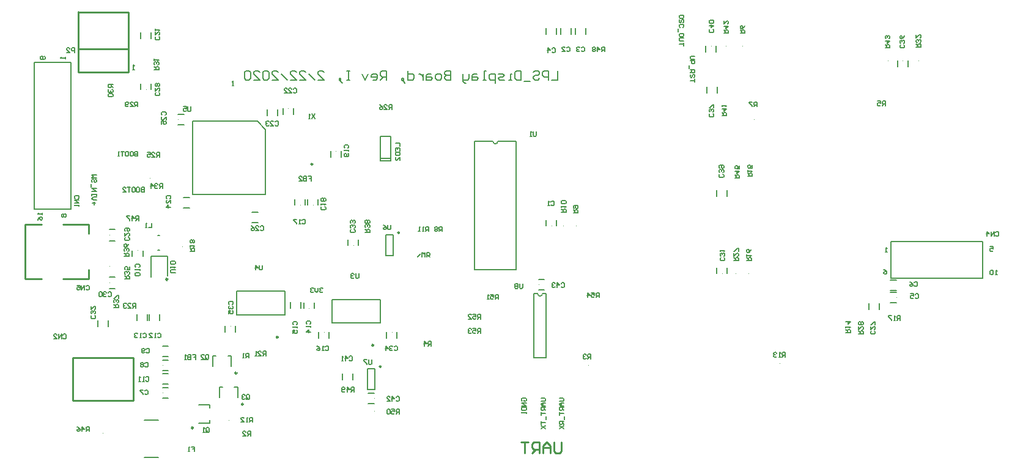
<source format=gbo>
G04*
G04 #@! TF.GenerationSoftware,Altium Limited,Altium Designer,19.1.5 (86)*
G04*
G04 Layer_Color=32896*
%FSLAX24Y24*%
%MOIN*%
G70*
G01*
G75*
%ADD10C,0.0100*%
%ADD11C,0.0079*%
%ADD12C,0.0060*%
%ADD14C,0.0050*%
%ADD128C,0.0039*%
%ADD129C,0.0098*%
D10*
X7792Y10041D02*
G03*
X7792Y10041I-59J0D01*
G01*
X15682Y16317D02*
G03*
X15682Y16317I-37J0D01*
G01*
X20413Y12574D02*
G03*
X20413Y12574I-39J0D01*
G01*
X19413Y5274D02*
G03*
X19413Y5274I-39J0D01*
G01*
X2596Y3430D02*
Y5780D01*
Y3430D02*
X5926D01*
Y5780D01*
X2596D02*
X5926D01*
X3469Y10074D02*
Y10566D01*
X2091Y10074D02*
X3469D01*
X2091Y13026D02*
X3469D01*
Y12534D02*
Y13026D01*
X24Y10074D02*
X909D01*
X24D02*
Y13026D01*
X909D01*
X2906Y21334D02*
Y22594D01*
X5662D01*
Y21334D02*
Y22594D01*
X2906Y21334D02*
X5662D01*
X2914Y24613D02*
X5654D01*
Y22596D02*
Y24584D01*
X2898Y22635D02*
Y24623D01*
X29250Y1150D02*
Y650D01*
X29150Y550D01*
X28950D01*
X28850Y650D01*
Y1150D01*
X28650Y550D02*
Y950D01*
X28450Y1150D01*
X28250Y950D01*
Y550D01*
Y850D01*
X28650D01*
X28050Y550D02*
Y1150D01*
X27750D01*
X27651Y1050D01*
Y850D01*
X27750Y750D01*
X28050D01*
X27850D02*
X27651Y550D01*
X27451Y1150D02*
X27051D01*
X27251D01*
Y550D01*
D11*
X25525Y17550D02*
G03*
X25775Y17550I125J0D01*
G01*
X27960Y9250D02*
G03*
X28210Y9250I125J0D01*
G01*
X5835Y11285D02*
X5835Y11610D01*
X6445D02*
X6445Y11285D01*
X14635Y19350D02*
X14635Y19025D01*
X14065D02*
X14065Y19350D01*
X7773Y10218D02*
Y11301D01*
X6867Y10179D02*
Y11301D01*
X7773D01*
X7261Y11642D02*
X7339D01*
X7261Y12438D02*
X7339D01*
X17235Y17030D02*
X17235Y16705D01*
X16665D02*
X16665Y17030D01*
X10915Y7160D02*
X10915Y7485D01*
X11485D02*
X11485Y7160D01*
X6506Y2354D02*
X7294D01*
X6506Y346D02*
X7294D01*
X16731Y8940D02*
X19369D01*
X16731Y7660D02*
X19369D01*
Y8940D01*
X16731Y7660D02*
Y8940D01*
X26778Y10550D02*
Y17550D01*
X24522Y10550D02*
X26778D01*
X24522D02*
Y17550D01*
X25525D01*
X25775D02*
X26778D01*
X4600Y9545D02*
X4925Y9545D01*
X4600Y10155D02*
X4925Y10155D01*
X47200Y10100D02*
X52200D01*
Y12100D01*
X47200D02*
X52200D01*
X47200Y10100D02*
Y12100D01*
X12674Y18653D02*
X13120Y18206D01*
X9132Y18653D02*
X12674D01*
X9132Y14665D02*
Y18653D01*
Y14665D02*
X13120D01*
Y18206D01*
X19685Y11339D02*
Y12471D01*
Y11339D02*
X20078D01*
Y12471D01*
X19685D02*
X20078D01*
X500Y13850D02*
Y21850D01*
X2500Y13850D02*
Y21850D01*
X500Y13850D02*
X2500D01*
X500Y21850D02*
X2500D01*
X18685Y5171D02*
X19078D01*
Y4039D02*
Y5171D01*
X18685Y4039D02*
X19078D01*
X18685D02*
Y5171D01*
X28000Y10035D02*
X28325Y10035D01*
X28000Y9465D02*
X28325Y9465D01*
X28400Y5750D02*
Y9250D01*
X27750Y5750D02*
X28400D01*
X27750D02*
Y9250D01*
X27960D01*
X28210D02*
X28400D01*
X10248Y5872D02*
X10425D01*
X11075D02*
X11252D01*
X10248Y5282D02*
Y5872D01*
X11252Y5282D02*
Y5872D01*
X10598Y4172D02*
X10775D01*
X11425D02*
X11602D01*
X10598Y3582D02*
Y4172D01*
X11602Y3582D02*
Y4172D01*
X18725Y3835D02*
X19050Y3835D01*
X18725Y3265D02*
X19050Y3265D01*
X17315Y4575D02*
X17315Y4900D01*
X17885D02*
X17885Y4575D01*
X11531Y9390D02*
X14169D01*
X11531Y8110D02*
X14169D01*
Y9390D01*
X11531Y8110D02*
Y9390D01*
X19715Y6825D02*
X19715Y7150D01*
X20285D02*
X20285Y6825D01*
X3965Y7475D02*
X3965Y7800D01*
X4535D02*
X4535Y7475D01*
X46585Y8400D02*
X46585Y8725D01*
X46015D02*
X46015Y8400D01*
X38285Y10350D02*
X38285Y10675D01*
X37715D02*
X37715Y10350D01*
X37715Y14575D02*
X37715Y14900D01*
X38285D02*
X38285Y14575D01*
X18185Y11885D02*
X18185Y12210D01*
X17615D02*
X17615Y11885D01*
X37685Y22750D02*
X37685Y22425D01*
X37115D02*
X37115Y22750D01*
X47565Y21625D02*
X47565Y21950D01*
X48135D02*
X48135Y21625D01*
X37735Y20200D02*
X37735Y20525D01*
X37165D02*
X37165Y20200D01*
X30585Y23400D02*
X30585Y23725D01*
X30015D02*
X30015Y23400D01*
X7500Y6385D02*
X7825Y6385D01*
X7500Y5815D02*
X7825Y5815D01*
X47175Y9335D02*
X47500Y9335D01*
X47175Y8765D02*
X47500Y8765D01*
X12375Y13685D02*
X12700Y13685D01*
X12375Y13115D02*
X12700Y13115D01*
X8650Y13915D02*
X8975Y13915D01*
X8650Y14485D02*
X8975Y14485D01*
X8350Y18465D02*
X8675Y18465D01*
X8350Y19035D02*
X8675Y19035D01*
X15285Y14085D02*
X15285Y14410D01*
X14715D02*
X14715Y14085D01*
X15985D02*
X15985Y14410D01*
X15415D02*
X15415Y14085D01*
X13215Y18975D02*
X13215Y19300D01*
X13785D02*
X13785Y18975D01*
X6115Y8125D02*
X6115Y7800D01*
X6685D02*
X6685Y8125D01*
X6885Y20385D02*
X6885Y20710D01*
X6315D02*
X6315Y20385D01*
X6315Y23175D02*
X6315Y23500D01*
X6885D02*
X6885Y23175D01*
X4600Y12755D02*
X4925Y12755D01*
X4600Y12145D02*
X4925Y12145D01*
X7500Y5635D02*
X7825Y5635D01*
X7500Y5065D02*
X7825Y5065D01*
X7500Y4315D02*
X7825Y4315D01*
X7500Y4885D02*
X7825Y4885D01*
X7500Y3565D02*
X7825Y3565D01*
X7500Y4135D02*
X7825Y4135D01*
X9482Y2198D02*
X10072D01*
X9482Y3202D02*
X10072D01*
Y2198D02*
Y2375D01*
Y3025D02*
Y3202D01*
X29215Y23725D02*
X29215Y23400D01*
X29785D02*
X29785Y23725D01*
X47175Y9415D02*
X47500Y9415D01*
X47175Y9985D02*
X47500Y9985D01*
X16015Y6825D02*
X16015Y7150D01*
X16585D02*
X16585Y6825D01*
X15035Y8470D02*
X15035Y8795D01*
X14465D02*
X14465Y8470D01*
X15775Y8450D02*
X15775Y8775D01*
X15205D02*
X15205Y8450D01*
X28985Y12950D02*
X28985Y13275D01*
X28415D02*
X28415Y12950D01*
Y23725D02*
X28415Y23400D01*
X28985D02*
X28985Y23725D01*
X7335Y7800D02*
X7335Y8125D01*
X6765D02*
X6765Y7800D01*
D12*
X19370Y16487D02*
X19940D01*
Y17839D01*
X19370Y16634D02*
X19940D01*
X19370Y17839D02*
X19736D01*
X19940D01*
X19370D02*
X19736D01*
X19370Y16487D02*
Y17839D01*
D14*
X47000Y11520D02*
X46917D01*
X46958D01*
Y11770D01*
X47000Y11728D01*
X52613Y11820D02*
X52780D01*
Y11695D01*
X52697Y11737D01*
X52655D01*
X52613Y11695D01*
Y11612D01*
X52655Y11570D01*
X52738D01*
X52780Y11612D01*
X53000Y10290D02*
X52917D01*
X52958D01*
Y10540D01*
X53000Y10498D01*
X52792D02*
X52750Y10540D01*
X52667D01*
X52625Y10498D01*
Y10332D01*
X52667Y10290D01*
X52750D01*
X52792Y10332D01*
Y10498D01*
X46823Y10580D02*
X46907Y10538D01*
X46990Y10455D01*
Y10372D01*
X46948Y10330D01*
X46865D01*
X46823Y10372D01*
Y10413D01*
X46865Y10455D01*
X46990D01*
X950Y13650D02*
Y13567D01*
Y13608D01*
X700D01*
X742Y13650D01*
X700Y13275D02*
X742Y13358D01*
X825Y13442D01*
X908D01*
X950Y13400D01*
Y13317D01*
X908Y13275D01*
X867D01*
X825Y13317D01*
Y13442D01*
X2042Y13600D02*
X2000Y13558D01*
Y13475D01*
X2042Y13433D01*
X2083D01*
X2125Y13475D01*
X2167Y13433D01*
X2208D01*
X2250Y13475D01*
Y13558D01*
X2208Y13600D01*
X2167D01*
X2125Y13558D01*
X2083Y13600D01*
X2042D01*
X2125Y13558D02*
Y13475D01*
X2200Y22150D02*
Y22067D01*
Y22108D01*
X1950D01*
X1992Y22150D01*
X1058Y22200D02*
X1100Y22158D01*
Y22075D01*
X1058Y22033D01*
X892D01*
X850Y22075D01*
Y22158D01*
X892Y22200D01*
X933D01*
X975Y22158D01*
Y22033D01*
X5969Y21464D02*
X5886D01*
X5928D01*
Y21714D01*
X5969Y21672D01*
X29050Y21400D02*
Y20900D01*
X28717D01*
X28550D02*
Y21400D01*
X28300D01*
X28217Y21317D01*
Y21150D01*
X28300Y21067D01*
X28550D01*
X27717Y21317D02*
X27800Y21400D01*
X27967D01*
X28050Y21317D01*
Y21233D01*
X27967Y21150D01*
X27800D01*
X27717Y21067D01*
Y20983D01*
X27800Y20900D01*
X27967D01*
X28050Y20983D01*
X27550Y20817D02*
X27217D01*
X27051Y21400D02*
Y20900D01*
X26801D01*
X26717Y20983D01*
Y21317D01*
X26801Y21400D01*
X27051D01*
X26551Y20900D02*
X26384D01*
X26467D01*
Y21233D01*
X26551D01*
X26134Y20900D02*
X25884D01*
X25801Y20983D01*
X25884Y21067D01*
X26051D01*
X26134Y21150D01*
X26051Y21233D01*
X25801D01*
X25634Y20733D02*
Y21233D01*
X25385D01*
X25301Y21150D01*
Y20983D01*
X25385Y20900D01*
X25634D01*
X25135D02*
X24968D01*
X25051D01*
Y21400D01*
X25135D01*
X24635Y21233D02*
X24468D01*
X24385Y21150D01*
Y20900D01*
X24635D01*
X24718Y20983D01*
X24635Y21067D01*
X24385D01*
X24218Y21233D02*
Y20983D01*
X24135Y20900D01*
X23885D01*
Y20817D01*
X23968Y20733D01*
X24052D01*
X23885Y20900D02*
Y21233D01*
X23219Y21400D02*
Y20900D01*
X22969D01*
X22885Y20983D01*
Y21067D01*
X22969Y21150D01*
X23219D01*
X22969D01*
X22885Y21233D01*
Y21317D01*
X22969Y21400D01*
X23219D01*
X22635Y20900D02*
X22469D01*
X22385Y20983D01*
Y21150D01*
X22469Y21233D01*
X22635D01*
X22719Y21150D01*
Y20983D01*
X22635Y20900D01*
X22136Y21233D02*
X21969D01*
X21886Y21150D01*
Y20900D01*
X22136D01*
X22219Y20983D01*
X22136Y21067D01*
X21886D01*
X21719Y21233D02*
Y20900D01*
Y21067D01*
X21636Y21150D01*
X21552Y21233D01*
X21469D01*
X20886Y21400D02*
Y20900D01*
X21136D01*
X21219Y20983D01*
Y21150D01*
X21136Y21233D01*
X20886D01*
X20636Y20817D02*
X20553Y20900D01*
Y20983D01*
X20636D01*
Y20900D01*
X20553D01*
X20636Y20817D01*
X20719Y20733D01*
X19720Y20900D02*
Y21400D01*
X19470D01*
X19386Y21317D01*
Y21150D01*
X19470Y21067D01*
X19720D01*
X19553D02*
X19386Y20900D01*
X18970D02*
X19137D01*
X19220Y20983D01*
Y21150D01*
X19137Y21233D01*
X18970D01*
X18887Y21150D01*
Y21067D01*
X19220D01*
X18720Y21233D02*
X18553Y20900D01*
X18387Y21233D01*
X17720Y21400D02*
X17554D01*
X17637D01*
Y20900D01*
X17720D01*
X17554D01*
X17220Y20817D02*
X17137Y20900D01*
Y20983D01*
X17220D01*
Y20900D01*
X17137D01*
X17220Y20817D01*
X17304Y20733D01*
X15971Y20900D02*
X16304D01*
X15971Y21233D01*
Y21317D01*
X16054Y21400D01*
X16221D01*
X16304Y21317D01*
X15804Y20900D02*
X15471Y21233D01*
X14971Y20900D02*
X15304D01*
X14971Y21233D01*
Y21317D01*
X15055Y21400D01*
X15221D01*
X15304Y21317D01*
X14471Y20900D02*
X14805D01*
X14471Y21233D01*
Y21317D01*
X14555Y21400D01*
X14721D01*
X14805Y21317D01*
X14305Y20900D02*
X13972Y21233D01*
X13472Y20900D02*
X13805D01*
X13472Y21233D01*
Y21317D01*
X13555Y21400D01*
X13722D01*
X13805Y21317D01*
X13305D02*
X13222Y21400D01*
X13055D01*
X12972Y21317D01*
Y20983D01*
X13055Y20900D01*
X13222D01*
X13305Y20983D01*
Y21317D01*
X12472Y20900D02*
X12805D01*
X12472Y21233D01*
Y21317D01*
X12555Y21400D01*
X12722D01*
X12805Y21317D01*
X12305D02*
X12222Y21400D01*
X12056D01*
X11972Y21317D01*
Y20983D01*
X12056Y20900D01*
X12222D01*
X12305Y20983D01*
Y21317D01*
X36520Y22210D02*
X36312D01*
X36270Y22168D01*
Y22085D01*
X36312Y22043D01*
X36520D01*
X36270Y21960D02*
X36520D01*
Y21835D01*
X36478Y21793D01*
X36395D01*
X36353Y21835D01*
Y21960D01*
X36228Y21710D02*
Y21544D01*
X36270Y21460D02*
X36520D01*
Y21335D01*
X36478Y21294D01*
X36395D01*
X36353Y21335D01*
Y21460D01*
Y21377D02*
X36270Y21294D01*
X36478Y21044D02*
X36520Y21085D01*
Y21169D01*
X36478Y21210D01*
X36437D01*
X36395Y21169D01*
Y21085D01*
X36353Y21044D01*
X36312D01*
X36270Y21085D01*
Y21169D01*
X36312Y21210D01*
X36520Y20960D02*
Y20794D01*
Y20877D01*
X36270D01*
X8200Y10400D02*
X7992D01*
X7950Y10442D01*
Y10525D01*
X7992Y10567D01*
X8200D01*
X7950Y10650D02*
Y10733D01*
Y10692D01*
X8200D01*
X8158Y10650D01*
Y10858D02*
X8200Y10900D01*
Y10983D01*
X8158Y11025D01*
X7992D01*
X7950Y10983D01*
Y10900D01*
X7992Y10858D01*
X8158D01*
X9010Y11560D02*
X9260D01*
Y11685D01*
X9218Y11727D01*
X9135D01*
X9093Y11685D01*
Y11560D01*
Y11643D02*
X9010Y11727D01*
Y11810D02*
Y11893D01*
Y11852D01*
X9260D01*
X9218Y11810D01*
Y12018D02*
X9260Y12060D01*
Y12143D01*
X9218Y12185D01*
X9177D01*
X9135Y12143D01*
X9093Y12185D01*
X9052D01*
X9010Y12143D01*
Y12060D01*
X9052Y12018D01*
X9093D01*
X9135Y12060D01*
X9177Y12018D01*
X9218D01*
X9135Y12060D02*
Y12143D01*
X35920Y24315D02*
Y24398D01*
X35878Y24440D01*
X35712D01*
X35670Y24398D01*
Y24315D01*
X35712Y24273D01*
X35878D01*
X35920Y24315D01*
X35878Y24023D02*
X35920Y24065D01*
Y24148D01*
X35878Y24190D01*
X35837D01*
X35795Y24148D01*
Y24065D01*
X35753Y24023D01*
X35712D01*
X35670Y24065D01*
Y24148D01*
X35712Y24190D01*
X35878Y23774D02*
X35920Y23815D01*
Y23899D01*
X35878Y23940D01*
X35712D01*
X35670Y23899D01*
Y23815D01*
X35712Y23774D01*
X35628Y23690D02*
Y23524D01*
X35920Y23315D02*
Y23399D01*
X35878Y23440D01*
X35712D01*
X35670Y23399D01*
Y23315D01*
X35712Y23274D01*
X35878D01*
X35920Y23315D01*
Y23190D02*
X35712D01*
X35670Y23149D01*
Y23065D01*
X35712Y23024D01*
X35920D01*
Y22940D02*
Y22774D01*
Y22857D01*
X35670D01*
X6910Y13100D02*
Y12850D01*
X6743D01*
X6660D02*
X6577D01*
X6618D01*
Y13100D01*
X6660Y13058D01*
X2083Y7008D02*
X2125Y7050D01*
X2208D01*
X2250Y7008D01*
Y6842D01*
X2208Y6800D01*
X2125D01*
X2083Y6842D01*
X2000Y6800D02*
Y7050D01*
X1833Y6800D01*
Y7050D01*
X1584Y6800D02*
X1750D01*
X1584Y6967D01*
Y7008D01*
X1625Y7050D01*
X1709D01*
X1750Y7008D01*
X11142Y8668D02*
X11100Y8710D01*
Y8793D01*
X11142Y8835D01*
X11308D01*
X11350Y8793D01*
Y8710D01*
X11308Y8668D01*
X11142Y8585D02*
X11100Y8543D01*
Y8460D01*
X11142Y8419D01*
X11183D01*
X11225Y8460D01*
Y8502D01*
Y8460D01*
X11267Y8419D01*
X11308D01*
X11350Y8460D01*
Y8543D01*
X11308Y8585D01*
X11100Y8169D02*
Y8335D01*
X11225D01*
X11183Y8252D01*
Y8210D01*
X11225Y8169D01*
X11308D01*
X11350Y8210D01*
Y8294D01*
X11308Y8335D01*
X6062Y10683D02*
X6020Y10725D01*
Y10808D01*
X6062Y10850D01*
X6228D01*
X6270Y10808D01*
Y10725D01*
X6228Y10683D01*
X6270Y10600D02*
Y10517D01*
Y10558D01*
X6020D01*
X6062Y10600D01*
Y10392D02*
X6020Y10350D01*
Y10267D01*
X6062Y10225D01*
X6228D01*
X6270Y10267D01*
Y10350D01*
X6228Y10392D01*
X6062D01*
X13140Y5870D02*
Y6120D01*
X13015D01*
X12973Y6078D01*
Y5995D01*
X13015Y5953D01*
X13140D01*
X13057D02*
X12973Y5870D01*
X12723D02*
X12890D01*
X12723Y6037D01*
Y6078D01*
X12765Y6120D01*
X12848D01*
X12890Y6078D01*
X12640Y5870D02*
X12557D01*
X12599D01*
Y6120D01*
X12640Y6078D01*
X29130Y3550D02*
X29338D01*
X29380Y3508D01*
Y3425D01*
X29338Y3383D01*
X29130D01*
X29380Y3300D02*
X29213D01*
X29130Y3217D01*
X29213Y3133D01*
X29380D01*
X29255D01*
Y3300D01*
X29380Y3050D02*
X29130D01*
Y2925D01*
X29172Y2884D01*
X29255D01*
X29297Y2925D01*
Y3050D01*
Y2967D02*
X29380Y2884D01*
X29130Y2800D02*
Y2634D01*
Y2717D01*
X29380D01*
X29422Y2550D02*
Y2384D01*
X29380Y2300D02*
X29130D01*
Y2175D01*
X29172Y2134D01*
X29255D01*
X29297Y2175D01*
Y2300D01*
Y2217D02*
X29380Y2134D01*
X29130Y2050D02*
X29380Y1884D01*
X29130D02*
X29380Y2050D01*
X12083Y3542D02*
Y3708D01*
X12125Y3750D01*
X12208D01*
X12250Y3708D01*
Y3542D01*
X12208Y3500D01*
X12125D01*
X12167Y3583D02*
X12083Y3500D01*
X12125D02*
X12083Y3542D01*
X12000Y3708D02*
X11958Y3750D01*
X11875D01*
X11833Y3708D01*
Y3667D01*
X11875Y3625D01*
X11917D01*
X11875D01*
X11833Y3583D01*
Y3542D01*
X11875Y3500D01*
X11958D01*
X12000Y3542D01*
X9857Y5719D02*
Y5886D01*
X9899Y5927D01*
X9982D01*
X10024Y5886D01*
Y5719D01*
X9982Y5678D01*
X9899D01*
X9941Y5761D02*
X9857Y5678D01*
X9899D02*
X9857Y5719D01*
X9607Y5678D02*
X9774D01*
X9607Y5844D01*
Y5886D01*
X9649Y5927D01*
X9732D01*
X9774Y5886D01*
X27130Y9790D02*
Y9582D01*
X27088Y9540D01*
X27005D01*
X26963Y9582D01*
Y9790D01*
X26880Y9748D02*
X26838Y9790D01*
X26755D01*
X26713Y9748D01*
Y9707D01*
X26755Y9665D01*
X26713Y9623D01*
Y9582D01*
X26755Y9540D01*
X26838D01*
X26880Y9582D01*
Y9623D01*
X26838Y9665D01*
X26880Y9707D01*
Y9748D01*
X26838Y9665D02*
X26755D01*
X31300Y9050D02*
Y9300D01*
X31175D01*
X31133Y9258D01*
Y9175D01*
X31175Y9133D01*
X31300D01*
X31217D02*
X31133Y9050D01*
X30883Y9300D02*
X31050D01*
Y9175D01*
X30967Y9217D01*
X30925D01*
X30883Y9175D01*
Y9092D01*
X30925Y9050D01*
X31008D01*
X31050Y9092D01*
X30675Y9050D02*
Y9300D01*
X30800Y9175D01*
X30634D01*
X24840Y7100D02*
Y7350D01*
X24715D01*
X24673Y7308D01*
Y7225D01*
X24715Y7183D01*
X24840D01*
X24757D02*
X24673Y7100D01*
X24423Y7350D02*
X24590D01*
Y7225D01*
X24507Y7267D01*
X24465D01*
X24423Y7225D01*
Y7142D01*
X24465Y7100D01*
X24548D01*
X24590Y7142D01*
X24340Y7308D02*
X24299Y7350D01*
X24215D01*
X24174Y7308D01*
Y7267D01*
X24215Y7225D01*
X24257D01*
X24215D01*
X24174Y7183D01*
Y7142D01*
X24215Y7100D01*
X24299D01*
X24340Y7142D01*
X24840Y7880D02*
Y8130D01*
X24715D01*
X24673Y8088D01*
Y8005D01*
X24715Y7963D01*
X24840D01*
X24757D02*
X24673Y7880D01*
X24423Y8130D02*
X24590D01*
Y8005D01*
X24507Y8047D01*
X24465D01*
X24423Y8005D01*
Y7922D01*
X24465Y7880D01*
X24548D01*
X24590Y7922D01*
X24174Y7880D02*
X24340D01*
X24174Y8047D01*
Y8088D01*
X24215Y8130D01*
X24299D01*
X24340Y8088D01*
X25800Y8950D02*
Y9200D01*
X25675D01*
X25633Y9158D01*
Y9075D01*
X25675Y9033D01*
X25800D01*
X25717D02*
X25633Y8950D01*
X25383Y9200D02*
X25550D01*
Y9075D01*
X25467Y9117D01*
X25425D01*
X25383Y9075D01*
Y8992D01*
X25425Y8950D01*
X25508D01*
X25550Y8992D01*
X25300Y8950D02*
X25217D01*
X25259D01*
Y9200D01*
X25300Y9158D01*
X29233Y9808D02*
X29275Y9850D01*
X29358D01*
X29400Y9808D01*
Y9642D01*
X29358Y9600D01*
X29275D01*
X29233Y9642D01*
X29025Y9600D02*
Y9850D01*
X29150Y9725D01*
X28983D01*
X28900Y9808D02*
X28859Y9850D01*
X28775D01*
X28734Y9808D01*
Y9767D01*
X28775Y9725D01*
X28817D01*
X28775D01*
X28734Y9683D01*
Y9642D01*
X28775Y9600D01*
X28859D01*
X28900Y9642D01*
X18900Y5650D02*
Y5442D01*
X18858Y5400D01*
X18775D01*
X18733Y5442D01*
Y5650D01*
X18650D02*
X18483D01*
Y5608D01*
X18650Y5442D01*
Y5400D01*
X20400Y2700D02*
Y2950D01*
X20275D01*
X20233Y2908D01*
Y2825D01*
X20275Y2783D01*
X20400D01*
X20317D02*
X20233Y2700D01*
X19983Y2950D02*
X20150D01*
Y2825D01*
X20067Y2867D01*
X20025D01*
X19983Y2825D01*
Y2742D01*
X20025Y2700D01*
X20108D01*
X20150Y2742D01*
X19900Y2908D02*
X19859Y2950D01*
X19775D01*
X19734Y2908D01*
Y2742D01*
X19775Y2700D01*
X19859D01*
X19900Y2742D01*
Y2908D01*
X17950Y3900D02*
Y4150D01*
X17825D01*
X17783Y4108D01*
Y4025D01*
X17825Y3983D01*
X17950D01*
X17867D02*
X17783Y3900D01*
X17575D02*
Y4150D01*
X17700Y4025D01*
X17533D01*
X17450Y3942D02*
X17409Y3900D01*
X17325D01*
X17284Y3942D01*
Y4108D01*
X17325Y4150D01*
X17409D01*
X17450Y4108D01*
Y4067D01*
X17409Y4025D01*
X17284D01*
X31600Y22450D02*
Y22700D01*
X31475D01*
X31433Y22658D01*
Y22575D01*
X31475Y22533D01*
X31600D01*
X31517D02*
X31433Y22450D01*
X31225D02*
Y22700D01*
X31350Y22575D01*
X31183D01*
X31100Y22658D02*
X31059Y22700D01*
X30975D01*
X30934Y22658D01*
Y22617D01*
X30975Y22575D01*
X30934Y22533D01*
Y22492D01*
X30975Y22450D01*
X31059D01*
X31100Y22492D01*
Y22533D01*
X31059Y22575D01*
X31100Y22617D01*
Y22658D01*
X31059Y22575D02*
X30975D01*
X20233Y3608D02*
X20275Y3650D01*
X20358D01*
X20400Y3608D01*
Y3442D01*
X20358Y3400D01*
X20275D01*
X20233Y3442D01*
X20025Y3400D02*
Y3650D01*
X20150Y3525D01*
X19983D01*
X19734Y3400D02*
X19900D01*
X19734Y3567D01*
Y3608D01*
X19775Y3650D01*
X19859D01*
X19900Y3608D01*
X17683Y5808D02*
X17725Y5850D01*
X17808D01*
X17850Y5808D01*
Y5642D01*
X17808Y5600D01*
X17725D01*
X17683Y5642D01*
X17475Y5600D02*
Y5850D01*
X17600Y5725D01*
X17433D01*
X17350Y5600D02*
X17267D01*
X17309D01*
Y5850D01*
X17350Y5808D01*
X2700Y22400D02*
Y22650D01*
X2575D01*
X2533Y22608D01*
Y22525D01*
X2575Y22483D01*
X2700D01*
X2283Y22400D02*
X2450D01*
X2283Y22567D01*
Y22608D01*
X2325Y22650D01*
X2408D01*
X2450Y22608D01*
X3333Y9658D02*
X3375Y9700D01*
X3458D01*
X3500Y9658D01*
Y9492D01*
X3458Y9450D01*
X3375D01*
X3333Y9492D01*
X3250Y9450D02*
Y9700D01*
X3083Y9450D01*
Y9700D01*
X2834D02*
X3000D01*
Y9575D01*
X2917Y9617D01*
X2875D01*
X2834Y9575D01*
Y9492D01*
X2875Y9450D01*
X2959D01*
X3000Y9492D01*
X6220Y13240D02*
Y13490D01*
X6095D01*
X6053Y13448D01*
Y13365D01*
X6095Y13323D01*
X6220D01*
X6137D02*
X6053Y13240D01*
X5845D02*
Y13490D01*
X5970Y13365D01*
X5803D01*
X5720Y13490D02*
X5554D01*
Y13448D01*
X5720Y13282D01*
Y13240D01*
X48590Y22690D02*
X48840D01*
Y22815D01*
X48798Y22857D01*
X48715D01*
X48673Y22815D01*
Y22690D01*
Y22773D02*
X48590Y22857D01*
X48798Y22940D02*
X48840Y22982D01*
Y23065D01*
X48798Y23107D01*
X48757D01*
X48715Y23065D01*
Y23023D01*
Y23065D01*
X48673Y23107D01*
X48632D01*
X48590Y23065D01*
Y22982D01*
X48632Y22940D01*
X48590Y23356D02*
Y23190D01*
X48757Y23356D01*
X48798D01*
X48840Y23315D01*
Y23231D01*
X48798Y23190D01*
X2742Y14433D02*
X2700Y14475D01*
Y14558D01*
X2742Y14600D01*
X2908D01*
X2950Y14558D01*
Y14475D01*
X2908Y14433D01*
X2950Y14350D02*
X2700D01*
X2950Y14183D01*
X2700D01*
X2950Y14100D02*
Y14017D01*
Y14059D01*
X2700D01*
X2742Y14100D01*
X37508Y23667D02*
X37550Y23625D01*
Y23542D01*
X37508Y23500D01*
X37342D01*
X37300Y23542D01*
Y23625D01*
X37342Y23667D01*
X37300Y23875D02*
X37550D01*
X37425Y23750D01*
Y23917D01*
X37508Y24000D02*
X37550Y24041D01*
Y24125D01*
X37508Y24166D01*
X37342D01*
X37300Y24125D01*
Y24041D01*
X37342Y24000D01*
X37508D01*
X3500Y1750D02*
Y2000D01*
X3375D01*
X3333Y1958D01*
Y1875D01*
X3375Y1833D01*
X3500D01*
X3417D02*
X3333Y1750D01*
X3125D02*
Y2000D01*
X3250Y1875D01*
X3083D01*
X2834Y2000D02*
X2917Y1958D01*
X3000Y1875D01*
Y1792D01*
X2959Y1750D01*
X2875D01*
X2834Y1792D01*
Y1833D01*
X2875Y1875D01*
X3000D01*
X19950Y13000D02*
Y12792D01*
X19908Y12750D01*
X19825D01*
X19783Y12792D01*
Y13000D01*
X19533D02*
X19617Y12958D01*
X19700Y12875D01*
Y12792D01*
X19658Y12750D01*
X19575D01*
X19533Y12792D01*
Y12833D01*
X19575Y12875D01*
X19700D01*
X38700Y15550D02*
X38950D01*
Y15675D01*
X38908Y15717D01*
X38825D01*
X38783Y15675D01*
Y15550D01*
Y15633D02*
X38700Y15717D01*
Y15925D02*
X38950D01*
X38825Y15800D01*
Y15967D01*
X38950Y16216D02*
Y16050D01*
X38825D01*
X38867Y16133D01*
Y16175D01*
X38825Y16216D01*
X38742D01*
X38700Y16175D01*
Y16091D01*
X38742Y16050D01*
X46900Y22650D02*
X47150D01*
Y22775D01*
X47108Y22817D01*
X47025D01*
X46983Y22775D01*
Y22650D01*
Y22733D02*
X46900Y22817D01*
Y23025D02*
X47150D01*
X47025Y22900D01*
Y23067D01*
X47108Y23150D02*
X47150Y23191D01*
Y23275D01*
X47108Y23316D01*
X47067D01*
X47025Y23275D01*
Y23233D01*
Y23275D01*
X46983Y23316D01*
X46942D01*
X46900Y23275D01*
Y23191D01*
X46942Y23150D01*
X38100Y23450D02*
X38350D01*
Y23575D01*
X38308Y23617D01*
X38225D01*
X38183Y23575D01*
Y23450D01*
Y23533D02*
X38100Y23617D01*
Y23825D02*
X38350D01*
X38225Y23700D01*
Y23867D01*
X38100Y24116D02*
Y23950D01*
X38267Y24116D01*
X38308D01*
X38350Y24075D01*
Y23991D01*
X38308Y23950D01*
X38000Y18950D02*
X38250D01*
Y19075D01*
X38208Y19117D01*
X38125D01*
X38083Y19075D01*
Y18950D01*
Y19033D02*
X38000Y19117D01*
Y19325D02*
X38250D01*
X38125Y19200D01*
Y19367D01*
X38000Y19450D02*
Y19533D01*
Y19491D01*
X38250D01*
X38208Y19450D01*
X18550Y12600D02*
X18800D01*
Y12725D01*
X18758Y12767D01*
X18675D01*
X18633Y12725D01*
Y12600D01*
Y12683D02*
X18550Y12767D01*
X18758Y12850D02*
X18800Y12892D01*
Y12975D01*
X18758Y13017D01*
X18717D01*
X18675Y12975D01*
Y12933D01*
Y12975D01*
X18633Y13017D01*
X18592D01*
X18550Y12975D01*
Y12892D01*
X18592Y12850D01*
X18758Y13100D02*
X18800Y13141D01*
Y13225D01*
X18758Y13266D01*
X18717D01*
X18675Y13225D01*
X18633Y13266D01*
X18592D01*
X18550Y13225D01*
Y13141D01*
X18592Y13100D01*
X18633D01*
X18675Y13141D01*
X18717Y13100D01*
X18758D01*
X18675Y13141D02*
Y13225D01*
X4850Y8500D02*
X5100D01*
Y8625D01*
X5058Y8667D01*
X4975D01*
X4933Y8625D01*
Y8500D01*
Y8583D02*
X4850Y8667D01*
X5058Y8750D02*
X5100Y8792D01*
Y8875D01*
X5058Y8917D01*
X5017D01*
X4975Y8875D01*
Y8833D01*
Y8875D01*
X4933Y8917D01*
X4892D01*
X4850Y8875D01*
Y8792D01*
X4892Y8750D01*
X5100Y9000D02*
Y9166D01*
X5058D01*
X4892Y9000D01*
X4850D01*
X45450Y7050D02*
X45700D01*
Y7175D01*
X45658Y7217D01*
X45575D01*
X45533Y7175D01*
Y7050D01*
Y7133D02*
X45450Y7217D01*
Y7467D02*
Y7300D01*
X45617Y7467D01*
X45658D01*
X45700Y7425D01*
Y7342D01*
X45658Y7300D01*
Y7550D02*
X45700Y7591D01*
Y7675D01*
X45658Y7716D01*
X45617D01*
X45575Y7675D01*
X45533Y7716D01*
X45492D01*
X45450Y7675D01*
Y7591D01*
X45492Y7550D01*
X45533D01*
X45575Y7591D01*
X45617Y7550D01*
X45658D01*
X45575Y7591D02*
Y7675D01*
X38650Y11050D02*
X38900D01*
Y11175D01*
X38858Y11217D01*
X38775D01*
X38733Y11175D01*
Y11050D01*
Y11133D02*
X38650Y11217D01*
Y11467D02*
Y11300D01*
X38817Y11467D01*
X38858D01*
X38900Y11425D01*
Y11342D01*
X38858Y11300D01*
X38900Y11550D02*
Y11716D01*
X38858D01*
X38692Y11550D01*
X38650D01*
X38058Y15767D02*
X38100Y15725D01*
Y15642D01*
X38058Y15600D01*
X37892D01*
X37850Y15642D01*
Y15725D01*
X37892Y15767D01*
X38058Y15850D02*
X38100Y15892D01*
Y15975D01*
X38058Y16017D01*
X38017D01*
X37975Y15975D01*
Y15933D01*
Y15975D01*
X37933Y16017D01*
X37892D01*
X37850Y15975D01*
Y15892D01*
X37892Y15850D01*
Y16100D02*
X37850Y16141D01*
Y16225D01*
X37892Y16266D01*
X38058D01*
X38100Y16225D01*
Y16141D01*
X38058Y16100D01*
X38017D01*
X37975Y16141D01*
Y16266D01*
X37508Y19067D02*
X37550Y19025D01*
Y18942D01*
X37508Y18900D01*
X37342D01*
X37300Y18942D01*
Y19025D01*
X37342Y19067D01*
X37508Y19150D02*
X37550Y19192D01*
Y19275D01*
X37508Y19317D01*
X37467D01*
X37425Y19275D01*
Y19233D01*
Y19275D01*
X37383Y19317D01*
X37342D01*
X37300Y19275D01*
Y19192D01*
X37342Y19150D01*
X37550Y19400D02*
Y19566D01*
X37508D01*
X37342Y19400D01*
X37300D01*
X47908Y22817D02*
X47950Y22775D01*
Y22692D01*
X47908Y22650D01*
X47742D01*
X47700Y22692D01*
Y22775D01*
X47742Y22817D01*
X47908Y22900D02*
X47950Y22942D01*
Y23025D01*
X47908Y23067D01*
X47867D01*
X47825Y23025D01*
Y22983D01*
Y23025D01*
X47783Y23067D01*
X47742D01*
X47700Y23025D01*
Y22942D01*
X47742Y22900D01*
X47950Y23316D02*
X47908Y23233D01*
X47825Y23150D01*
X47742D01*
X47700Y23191D01*
Y23275D01*
X47742Y23316D01*
X47783D01*
X47825Y23275D01*
Y23150D01*
X20133Y6358D02*
X20175Y6400D01*
X20258D01*
X20300Y6358D01*
Y6192D01*
X20258Y6150D01*
X20175D01*
X20133Y6192D01*
X20050Y6358D02*
X20008Y6400D01*
X19925D01*
X19883Y6358D01*
Y6317D01*
X19925Y6275D01*
X19967D01*
X19925D01*
X19883Y6233D01*
Y6192D01*
X19925Y6150D01*
X20008D01*
X20050Y6192D01*
X19675Y6150D02*
Y6400D01*
X19800Y6275D01*
X19634D01*
X17958Y12752D02*
X18000Y12710D01*
Y12627D01*
X17958Y12585D01*
X17792D01*
X17750Y12627D01*
Y12710D01*
X17792Y12752D01*
X17958Y12835D02*
X18000Y12877D01*
Y12960D01*
X17958Y13002D01*
X17917D01*
X17875Y12960D01*
Y12918D01*
Y12960D01*
X17833Y13002D01*
X17792D01*
X17750Y12960D01*
Y12877D01*
X17792Y12835D01*
X17958Y13085D02*
X18000Y13127D01*
Y13210D01*
X17958Y13251D01*
X17917D01*
X17875Y13210D01*
Y13168D01*
Y13210D01*
X17833Y13251D01*
X17792D01*
X17750Y13210D01*
Y13127D01*
X17792Y13085D01*
X3808Y8067D02*
X3850Y8025D01*
Y7942D01*
X3808Y7900D01*
X3642D01*
X3600Y7942D01*
Y8025D01*
X3642Y8067D01*
X3808Y8150D02*
X3850Y8192D01*
Y8275D01*
X3808Y8317D01*
X3767D01*
X3725Y8275D01*
Y8233D01*
Y8275D01*
X3683Y8317D01*
X3642D01*
X3600Y8275D01*
Y8192D01*
X3642Y8150D01*
X3600Y8566D02*
Y8400D01*
X3767Y8566D01*
X3808D01*
X3850Y8525D01*
Y8441D01*
X3808Y8400D01*
X38108Y11217D02*
X38150Y11175D01*
Y11092D01*
X38108Y11050D01*
X37942D01*
X37900Y11092D01*
Y11175D01*
X37942Y11217D01*
X38108Y11300D02*
X38150Y11342D01*
Y11425D01*
X38108Y11467D01*
X38067D01*
X38025Y11425D01*
Y11383D01*
Y11425D01*
X37983Y11467D01*
X37942D01*
X37900Y11425D01*
Y11342D01*
X37942Y11300D01*
X37900Y11550D02*
Y11633D01*
Y11591D01*
X38150D01*
X38108Y11550D01*
X46308Y7217D02*
X46350Y7175D01*
Y7092D01*
X46308Y7050D01*
X46142D01*
X46100Y7092D01*
Y7175D01*
X46142Y7217D01*
X46100Y7467D02*
Y7300D01*
X46267Y7467D01*
X46308D01*
X46350Y7425D01*
Y7342D01*
X46308Y7300D01*
X46350Y7550D02*
Y7716D01*
X46308D01*
X46142Y7550D01*
X46100D01*
X11300Y20600D02*
X11383D01*
X11342D01*
Y20850D01*
X11300Y20808D01*
X21400Y11250D02*
X21567Y11417D01*
X21650Y11250D02*
Y11500D01*
X21733Y11417D01*
X21817Y11500D01*
Y11250D01*
X21900D02*
Y11500D01*
X22025D01*
X22066Y11458D01*
Y11375D01*
X22025Y11333D01*
X21900D01*
X21983D02*
X22066Y11250D01*
X28130Y3550D02*
X28338D01*
X28380Y3508D01*
Y3425D01*
X28338Y3383D01*
X28130D01*
X28380Y3300D02*
X28213D01*
X28130Y3217D01*
X28213Y3133D01*
X28380D01*
X28255D01*
Y3300D01*
X28380Y3050D02*
X28130D01*
Y2925D01*
X28172Y2884D01*
X28255D01*
X28297Y2925D01*
Y3050D01*
Y2967D02*
X28380Y2884D01*
X28130Y2800D02*
Y2634D01*
Y2717D01*
X28380D01*
X28422Y2550D02*
Y2384D01*
X28130Y2300D02*
Y2134D01*
Y2217D01*
X28380D01*
X28130Y2050D02*
X28380Y1884D01*
X28130D02*
X28380Y2050D01*
X18200Y10350D02*
Y10142D01*
X18158Y10100D01*
X18075D01*
X18033Y10142D01*
Y10350D01*
X17950Y10308D02*
X17908Y10350D01*
X17825D01*
X17783Y10308D01*
Y10267D01*
X17825Y10225D01*
X17867D01*
X17825D01*
X17783Y10183D01*
Y10142D01*
X17825Y10100D01*
X17908D01*
X17950Y10142D01*
X6553Y5302D02*
X6595Y5260D01*
X6678D01*
X6720Y5302D01*
Y5468D01*
X6678Y5510D01*
X6595D01*
X6553Y5468D01*
X6470Y5302D02*
X6428Y5260D01*
X6345D01*
X6303Y5302D01*
Y5343D01*
X6345Y5385D01*
X6303Y5427D01*
Y5468D01*
X6345Y5510D01*
X6428D01*
X6470Y5468D01*
Y5427D01*
X6428Y5385D01*
X6470Y5343D01*
Y5302D01*
X6428Y5385D02*
X6345D01*
X48533Y9208D02*
X48575Y9250D01*
X48658D01*
X48700Y9208D01*
Y9042D01*
X48658Y9000D01*
X48575D01*
X48533Y9042D01*
X48283Y9250D02*
X48450D01*
Y9125D01*
X48367Y9167D01*
X48325D01*
X48283Y9125D01*
Y9042D01*
X48325Y9000D01*
X48408D01*
X48450Y9042D01*
X30333Y22658D02*
X30375Y22700D01*
X30458D01*
X30500Y22658D01*
Y22492D01*
X30458Y22450D01*
X30375D01*
X30333Y22492D01*
X30250Y22658D02*
X30208Y22700D01*
X30125D01*
X30083Y22658D01*
Y22617D01*
X30125Y22575D01*
X30167D01*
X30125D01*
X30083Y22533D01*
Y22492D01*
X30125Y22450D01*
X30208D01*
X30250Y22492D01*
X15800Y19050D02*
X15633Y18800D01*
Y19050D02*
X15800Y18800D01*
X15550D02*
X15467D01*
X15508D01*
Y19050D01*
X15550Y19008D01*
X9050Y19450D02*
Y19242D01*
X9008Y19200D01*
X8925D01*
X8883Y19242D01*
Y19450D01*
X8633D02*
X8800D01*
Y19325D01*
X8717Y19367D01*
X8675D01*
X8633Y19325D01*
Y19242D01*
X8675Y19200D01*
X8758D01*
X8800Y19242D01*
X5420Y11300D02*
X5670D01*
Y11425D01*
X5628Y11467D01*
X5545D01*
X5503Y11425D01*
Y11300D01*
Y11383D02*
X5420Y11467D01*
X5628Y11550D02*
X5670Y11592D01*
Y11675D01*
X5628Y11717D01*
X5587D01*
X5545Y11675D01*
Y11633D01*
Y11675D01*
X5503Y11717D01*
X5462D01*
X5420Y11675D01*
Y11592D01*
X5462Y11550D01*
X5670Y11966D02*
X5628Y11883D01*
X5545Y11800D01*
X5462D01*
X5420Y11841D01*
Y11925D01*
X5462Y11966D01*
X5503D01*
X5545Y11925D01*
Y11800D01*
X5450Y10050D02*
X5700D01*
Y10175D01*
X5658Y10217D01*
X5575D01*
X5533Y10175D01*
Y10050D01*
Y10133D02*
X5450Y10217D01*
X5658Y10300D02*
X5700Y10342D01*
Y10425D01*
X5658Y10467D01*
X5617D01*
X5575Y10425D01*
Y10383D01*
Y10425D01*
X5533Y10467D01*
X5492D01*
X5450Y10425D01*
Y10342D01*
X5492Y10300D01*
X5700Y10716D02*
Y10550D01*
X5575D01*
X5617Y10633D01*
Y10675D01*
X5575Y10716D01*
X5492D01*
X5450Y10675D01*
Y10591D01*
X5492Y10550D01*
X7500Y15000D02*
Y15250D01*
X7375D01*
X7333Y15208D01*
Y15125D01*
X7375Y15083D01*
X7500D01*
X7417D02*
X7333Y15000D01*
X7250Y15208D02*
X7208Y15250D01*
X7125D01*
X7083Y15208D01*
Y15167D01*
X7125Y15125D01*
X7167D01*
X7125D01*
X7083Y15083D01*
Y15042D01*
X7125Y15000D01*
X7208D01*
X7250Y15042D01*
X6875Y15000D02*
Y15250D01*
X7000Y15125D01*
X6834D01*
X7050Y21465D02*
X7300D01*
Y21590D01*
X7258Y21632D01*
X7175D01*
X7133Y21590D01*
Y21465D01*
Y21548D02*
X7050Y21632D01*
X7258Y21715D02*
X7300Y21757D01*
Y21840D01*
X7258Y21881D01*
X7217D01*
X7175Y21840D01*
Y21798D01*
Y21840D01*
X7133Y21881D01*
X7092D01*
X7050Y21840D01*
Y21757D01*
X7092Y21715D01*
X7050Y21965D02*
Y22048D01*
Y22006D01*
X7300D01*
X7258Y21965D01*
X4800Y20650D02*
X4550D01*
Y20525D01*
X4592Y20483D01*
X4675D01*
X4717Y20525D01*
Y20650D01*
Y20567D02*
X4800Y20483D01*
X4592Y20400D02*
X4550Y20358D01*
Y20275D01*
X4592Y20233D01*
X4633D01*
X4675Y20275D01*
Y20317D01*
Y20275D01*
X4717Y20233D01*
X4758D01*
X4800Y20275D01*
Y20358D01*
X4758Y20400D01*
X4592Y20150D02*
X4550Y20109D01*
Y20025D01*
X4592Y19984D01*
X4758D01*
X4800Y20025D01*
Y20109D01*
X4758Y20150D01*
X4592D01*
X6150Y19450D02*
Y19700D01*
X6025D01*
X5983Y19658D01*
Y19575D01*
X6025Y19533D01*
X6150D01*
X6067D02*
X5983Y19450D01*
X5733D02*
X5900D01*
X5733Y19617D01*
Y19658D01*
X5775Y19700D01*
X5858D01*
X5900Y19658D01*
X5650Y19492D02*
X5609Y19450D01*
X5525D01*
X5484Y19492D01*
Y19658D01*
X5525Y19700D01*
X5609D01*
X5650Y19658D01*
Y19617D01*
X5609Y19575D01*
X5484D01*
X20000Y19300D02*
Y19550D01*
X19875D01*
X19833Y19508D01*
Y19425D01*
X19875Y19383D01*
X20000D01*
X19917D02*
X19833Y19300D01*
X19583D02*
X19750D01*
X19583Y19467D01*
Y19508D01*
X19625Y19550D01*
X19708D01*
X19750Y19508D01*
X19334Y19550D02*
X19417Y19508D01*
X19500Y19425D01*
Y19342D01*
X19459Y19300D01*
X19375D01*
X19334Y19342D01*
Y19383D01*
X19375Y19425D01*
X19500D01*
X7335Y16700D02*
Y16950D01*
X7210D01*
X7168Y16908D01*
Y16825D01*
X7210Y16783D01*
X7335D01*
X7252D02*
X7168Y16700D01*
X6919D02*
X7085D01*
X6919Y16867D01*
Y16908D01*
X6960Y16950D01*
X7043D01*
X7085Y16908D01*
X6669Y16950D02*
X6835D01*
Y16825D01*
X6752Y16867D01*
X6710D01*
X6669Y16825D01*
Y16742D01*
X6710Y16700D01*
X6794D01*
X6835Y16742D01*
X9883Y1742D02*
Y1908D01*
X9925Y1950D01*
X10008D01*
X10050Y1908D01*
Y1742D01*
X10008Y1700D01*
X9925D01*
X9967Y1783D02*
X9883Y1700D01*
X9925D02*
X9883Y1742D01*
X9800Y1700D02*
X9717D01*
X9758D01*
Y1950D01*
X9800Y1908D01*
X20200Y17450D02*
X20450D01*
Y17283D01*
X20200Y17033D02*
Y17200D01*
X20450D01*
Y17033D01*
X20325Y17200D02*
Y17117D01*
X20200Y16950D02*
X20450D01*
Y16825D01*
X20408Y16784D01*
X20242D01*
X20200Y16825D01*
Y16950D01*
X20450Y16534D02*
Y16700D01*
X20283Y16534D01*
X20242D01*
X20200Y16575D01*
Y16659D01*
X20242Y16700D01*
X15433Y15650D02*
X15600D01*
Y15525D01*
X15517D01*
X15600D01*
Y15400D01*
X15350Y15650D02*
Y15400D01*
X15225D01*
X15183Y15442D01*
Y15483D01*
X15225Y15525D01*
X15350D01*
X15225D01*
X15183Y15567D01*
Y15608D01*
X15225Y15650D01*
X15350D01*
X14934Y15400D02*
X15100D01*
X14934Y15567D01*
Y15608D01*
X14975Y15650D01*
X15059D01*
X15100Y15608D01*
X9133Y5920D02*
X9300D01*
Y5795D01*
X9217D01*
X9300D01*
Y5670D01*
X9050Y5920D02*
Y5670D01*
X8925D01*
X8883Y5712D01*
Y5753D01*
X8925Y5795D01*
X9050D01*
X8925D01*
X8883Y5837D01*
Y5878D01*
X8925Y5920D01*
X9050D01*
X8800Y5670D02*
X8717D01*
X8759D01*
Y5920D01*
X8800Y5878D01*
X9073Y910D02*
X9240D01*
Y785D01*
X9157D01*
X9240D01*
Y660D01*
X8990D02*
X8907D01*
X8948D01*
Y910D01*
X8990Y868D01*
X52913Y12598D02*
X52955Y12640D01*
X53038D01*
X53080Y12598D01*
Y12432D01*
X53038Y12390D01*
X52955D01*
X52913Y12432D01*
X52830Y12390D02*
Y12640D01*
X52663Y12390D01*
Y12640D01*
X52455Y12390D02*
Y12640D01*
X52580Y12515D01*
X52414D01*
X4533Y9308D02*
X4575Y9350D01*
X4658D01*
X4700Y9308D01*
Y9142D01*
X4658Y9100D01*
X4575D01*
X4533Y9142D01*
X4450Y9308D02*
X4408Y9350D01*
X4325D01*
X4283Y9308D01*
Y9267D01*
X4325Y9225D01*
X4367D01*
X4325D01*
X4283Y9183D01*
Y9142D01*
X4325Y9100D01*
X4408D01*
X4450Y9142D01*
X4200Y9308D02*
X4159Y9350D01*
X4075D01*
X4034Y9308D01*
Y9142D01*
X4075Y9100D01*
X4159D01*
X4200Y9142D01*
Y9308D01*
X5658Y12317D02*
X5700Y12275D01*
Y12192D01*
X5658Y12150D01*
X5492D01*
X5450Y12192D01*
Y12275D01*
X5492Y12317D01*
X5450Y12567D02*
Y12400D01*
X5617Y12567D01*
X5658D01*
X5700Y12525D01*
Y12442D01*
X5658Y12400D01*
X5492Y12650D02*
X5450Y12691D01*
Y12775D01*
X5492Y12816D01*
X5658D01*
X5700Y12775D01*
Y12691D01*
X5658Y12650D01*
X5617D01*
X5575Y12691D01*
Y12816D01*
X7308Y20217D02*
X7350Y20175D01*
Y20092D01*
X7308Y20050D01*
X7142D01*
X7100Y20092D01*
Y20175D01*
X7142Y20217D01*
X7100Y20467D02*
Y20300D01*
X7267Y20467D01*
X7308D01*
X7350Y20425D01*
Y20342D01*
X7308Y20300D01*
Y20550D02*
X7350Y20591D01*
Y20675D01*
X7308Y20716D01*
X7267D01*
X7225Y20675D01*
X7183Y20716D01*
X7142D01*
X7100Y20675D01*
Y20591D01*
X7142Y20550D01*
X7183D01*
X7225Y20591D01*
X7267Y20550D01*
X7308D01*
X7225Y20591D02*
Y20675D01*
X12833Y12908D02*
X12875Y12950D01*
X12958D01*
X13000Y12908D01*
Y12742D01*
X12958Y12700D01*
X12875D01*
X12833Y12742D01*
X12583Y12700D02*
X12750D01*
X12583Y12867D01*
Y12908D01*
X12625Y12950D01*
X12708D01*
X12750Y12908D01*
X12334Y12950D02*
X12417Y12908D01*
X12500Y12825D01*
Y12742D01*
X12459Y12700D01*
X12375D01*
X12334Y12742D01*
Y12783D01*
X12375Y12825D01*
X12500D01*
X7492Y18983D02*
X7450Y19025D01*
Y19108D01*
X7492Y19150D01*
X7658D01*
X7700Y19108D01*
Y19025D01*
X7658Y18983D01*
X7700Y18733D02*
Y18900D01*
X7533Y18733D01*
X7492D01*
X7450Y18775D01*
Y18858D01*
X7492Y18900D01*
X7450Y18484D02*
Y18650D01*
X7575D01*
X7533Y18567D01*
Y18525D01*
X7575Y18484D01*
X7658D01*
X7700Y18525D01*
Y18609D01*
X7658Y18650D01*
X7742Y14433D02*
X7700Y14475D01*
Y14558D01*
X7742Y14600D01*
X7908D01*
X7950Y14558D01*
Y14475D01*
X7908Y14433D01*
X7950Y14183D02*
Y14350D01*
X7783Y14183D01*
X7742D01*
X7700Y14225D01*
Y14308D01*
X7742Y14350D01*
X7950Y13975D02*
X7700D01*
X7825Y14100D01*
Y13934D01*
X13643Y18618D02*
X13685Y18660D01*
X13768D01*
X13810Y18618D01*
Y18452D01*
X13768Y18410D01*
X13685D01*
X13643Y18452D01*
X13393Y18410D02*
X13560D01*
X13393Y18577D01*
Y18618D01*
X13435Y18660D01*
X13518D01*
X13560Y18618D01*
X13310D02*
X13269Y18660D01*
X13185D01*
X13144Y18618D01*
Y18577D01*
X13185Y18535D01*
X13227D01*
X13185D01*
X13144Y18493D01*
Y18452D01*
X13185Y18410D01*
X13269D01*
X13310Y18452D01*
X14633Y20408D02*
X14675Y20450D01*
X14758D01*
X14800Y20408D01*
Y20242D01*
X14758Y20200D01*
X14675D01*
X14633Y20242D01*
X14383Y20200D02*
X14550D01*
X14383Y20367D01*
Y20408D01*
X14425Y20450D01*
X14508D01*
X14550Y20408D01*
X14134Y20200D02*
X14300D01*
X14134Y20367D01*
Y20408D01*
X14175Y20450D01*
X14259D01*
X14300Y20408D01*
X7308Y23267D02*
X7350Y23225D01*
Y23142D01*
X7308Y23100D01*
X7142D01*
X7100Y23142D01*
Y23225D01*
X7142Y23267D01*
X7100Y23517D02*
Y23350D01*
X7267Y23517D01*
X7308D01*
X7350Y23475D01*
Y23392D01*
X7308Y23350D01*
X7100Y23600D02*
Y23683D01*
Y23641D01*
X7350D01*
X7308Y23600D01*
X17452Y17183D02*
X17410Y17225D01*
Y17308D01*
X17452Y17350D01*
X17618D01*
X17660Y17308D01*
Y17225D01*
X17618Y17183D01*
X17660Y17100D02*
Y17017D01*
Y17058D01*
X17410D01*
X17452Y17100D01*
X17618Y16892D02*
X17660Y16850D01*
Y16767D01*
X17618Y16725D01*
X17452D01*
X17410Y16767D01*
Y16850D01*
X17452Y16892D01*
X17493D01*
X17535Y16850D01*
Y16725D01*
X16358Y14002D02*
X16400Y13960D01*
Y13877D01*
X16358Y13835D01*
X16192D01*
X16150Y13877D01*
Y13960D01*
X16192Y14002D01*
X16150Y14085D02*
Y14168D01*
Y14127D01*
X16400D01*
X16358Y14085D01*
Y14293D02*
X16400Y14335D01*
Y14418D01*
X16358Y14460D01*
X16317D01*
X16275Y14418D01*
X16233Y14460D01*
X16192D01*
X16150Y14418D01*
Y14335D01*
X16192Y14293D01*
X16233D01*
X16275Y14335D01*
X16317Y14293D01*
X16358D01*
X16275Y14335D02*
Y14418D01*
X15113Y13268D02*
X15155Y13310D01*
X15238D01*
X15280Y13268D01*
Y13102D01*
X15238Y13060D01*
X15155D01*
X15113Y13102D01*
X15030Y13060D02*
X14947D01*
X14988D01*
Y13310D01*
X15030Y13268D01*
X14822Y13310D02*
X14655D01*
Y13268D01*
X14822Y13102D01*
Y13060D01*
X6593Y4688D02*
X6635Y4730D01*
X6718D01*
X6760Y4688D01*
Y4522D01*
X6718Y4480D01*
X6635D01*
X6593Y4522D01*
X6510Y4480D02*
X6427D01*
X6468D01*
Y4730D01*
X6510Y4688D01*
X6302Y4480D02*
X6219D01*
X6260D01*
Y4730D01*
X6302Y4688D01*
X6613Y6228D02*
X6655Y6270D01*
X6738D01*
X6780Y6228D01*
Y6062D01*
X6738Y6020D01*
X6655D01*
X6613Y6062D01*
X6530D02*
X6488Y6020D01*
X6405D01*
X6363Y6062D01*
Y6228D01*
X6405Y6270D01*
X6488D01*
X6530Y6228D01*
Y6187D01*
X6488Y6145D01*
X6363D01*
X6533Y3958D02*
X6575Y4000D01*
X6658D01*
X6700Y3958D01*
Y3792D01*
X6658Y3750D01*
X6575D01*
X6533Y3792D01*
X6450Y4000D02*
X6283D01*
Y3958D01*
X6450Y3792D01*
Y3750D01*
X6500Y15050D02*
Y14800D01*
X6375D01*
X6333Y14842D01*
Y14883D01*
X6375Y14925D01*
X6500D01*
X6375D01*
X6333Y14967D01*
Y15008D01*
X6375Y15050D01*
X6500D01*
X6125D02*
X6208D01*
X6250Y15008D01*
Y14842D01*
X6208Y14800D01*
X6125D01*
X6083Y14842D01*
Y15008D01*
X6125Y15050D01*
X5875D02*
X5959D01*
X6000Y15008D01*
Y14842D01*
X5959Y14800D01*
X5875D01*
X5834Y14842D01*
Y15008D01*
X5875Y15050D01*
X5750D02*
X5584D01*
X5667D01*
Y14800D01*
X5334D02*
X5500D01*
X5334Y14967D01*
Y15008D01*
X5375Y15050D01*
X5459D01*
X5500Y15008D01*
X6150Y17000D02*
Y16750D01*
X6025D01*
X5983Y16792D01*
Y16833D01*
X6025Y16875D01*
X6150D01*
X6025D01*
X5983Y16917D01*
Y16958D01*
X6025Y17000D01*
X6150D01*
X5775D02*
X5858D01*
X5900Y16958D01*
Y16792D01*
X5858Y16750D01*
X5775D01*
X5733Y16792D01*
Y16958D01*
X5775Y17000D01*
X5525D02*
X5609D01*
X5650Y16958D01*
Y16792D01*
X5609Y16750D01*
X5525D01*
X5484Y16792D01*
Y16958D01*
X5525Y17000D01*
X5400D02*
X5234D01*
X5317D01*
Y16750D01*
X5150D02*
X5067D01*
X5109D01*
Y17000D01*
X5150Y16958D01*
X12950Y10800D02*
Y10592D01*
X12908Y10550D01*
X12825D01*
X12783Y10592D01*
Y10800D01*
X12575Y10550D02*
Y10800D01*
X12700Y10675D01*
X12533D01*
X47700Y7800D02*
Y8050D01*
X47575D01*
X47533Y8008D01*
Y7925D01*
X47575Y7883D01*
X47700D01*
X47617D02*
X47533Y7800D01*
X47450D02*
X47367D01*
X47408D01*
Y8050D01*
X47450Y8008D01*
X47242Y8050D02*
X47075D01*
Y8008D01*
X47242Y7842D01*
Y7800D01*
X6040Y8480D02*
Y8730D01*
X5915D01*
X5873Y8688D01*
Y8605D01*
X5915Y8563D01*
X6040D01*
X5957D02*
X5873Y8480D01*
X5623D02*
X5790D01*
X5623Y8647D01*
Y8688D01*
X5665Y8730D01*
X5748D01*
X5790Y8688D01*
X5540D02*
X5499Y8730D01*
X5415D01*
X5374Y8688D01*
Y8647D01*
X5415Y8605D01*
X5457D01*
X5415D01*
X5374Y8563D01*
Y8522D01*
X5415Y8480D01*
X5499D01*
X5540Y8522D01*
X22750Y12650D02*
Y12900D01*
X22625D01*
X22583Y12858D01*
Y12775D01*
X22625Y12733D01*
X22750D01*
X22667D02*
X22583Y12650D01*
X22500Y12858D02*
X22458Y12900D01*
X22375D01*
X22333Y12858D01*
Y12817D01*
X22375Y12775D01*
X22333Y12733D01*
Y12692D01*
X22375Y12650D01*
X22458D01*
X22500Y12692D01*
Y12733D01*
X22458Y12775D01*
X22500Y12817D01*
Y12858D01*
X22458Y12775D02*
X22375D01*
X29250Y13700D02*
X29500D01*
Y13825D01*
X29458Y13867D01*
X29375D01*
X29333Y13825D01*
Y13700D01*
Y13783D02*
X29250Y13867D01*
Y13950D02*
Y14033D01*
Y13992D01*
X29500D01*
X29458Y13950D01*
Y14158D02*
X29500Y14200D01*
Y14283D01*
X29458Y14325D01*
X29292D01*
X29250Y14283D01*
Y14200D01*
X29292Y14158D01*
X29458D01*
X41450Y5800D02*
Y6050D01*
X41325D01*
X41283Y6008D01*
Y5925D01*
X41325Y5883D01*
X41450D01*
X41367D02*
X41283Y5800D01*
X41200D02*
X41117D01*
X41158D01*
Y6050D01*
X41200Y6008D01*
X40992D02*
X40950Y6050D01*
X40867D01*
X40825Y6008D01*
Y5967D01*
X40867Y5925D01*
X40909D01*
X40867D01*
X40825Y5883D01*
Y5842D01*
X40867Y5800D01*
X40950D01*
X40992Y5842D01*
X27122Y3393D02*
X27080Y3435D01*
Y3518D01*
X27122Y3560D01*
X27288D01*
X27330Y3518D01*
Y3435D01*
X27288Y3393D01*
X27205D01*
Y3477D01*
X27330Y3310D02*
X27080D01*
X27330Y3143D01*
X27080D01*
Y3060D02*
X27330D01*
Y2935D01*
X27288Y2894D01*
X27122D01*
X27080Y2935D01*
Y3060D01*
X27330Y2810D02*
Y2727D01*
Y2769D01*
X27080D01*
X27122Y2810D01*
X16383Y6358D02*
X16425Y6400D01*
X16508D01*
X16550Y6358D01*
Y6192D01*
X16508Y6150D01*
X16425D01*
X16383Y6192D01*
X16300Y6150D02*
X16217D01*
X16258D01*
Y6400D01*
X16300Y6358D01*
X15925Y6400D02*
X16009Y6358D01*
X16092Y6275D01*
Y6192D01*
X16050Y6150D01*
X15967D01*
X15925Y6192D01*
Y6233D01*
X15967Y6275D01*
X16092D01*
X14642Y7553D02*
X14600Y7595D01*
Y7678D01*
X14642Y7720D01*
X14808D01*
X14850Y7678D01*
Y7595D01*
X14808Y7553D01*
X14850Y7470D02*
Y7387D01*
Y7428D01*
X14600D01*
X14642Y7470D01*
X14600Y7095D02*
Y7262D01*
X14725D01*
X14683Y7179D01*
Y7137D01*
X14725Y7095D01*
X14808D01*
X14850Y7137D01*
Y7220D01*
X14808Y7262D01*
X15382Y7583D02*
X15340Y7625D01*
Y7708D01*
X15382Y7750D01*
X15548D01*
X15590Y7708D01*
Y7625D01*
X15548Y7583D01*
X15590Y7500D02*
Y7417D01*
Y7458D01*
X15340D01*
X15382Y7500D01*
X15590Y7167D02*
X15340D01*
X15465Y7292D01*
Y7125D01*
X6433Y7058D02*
X6475Y7100D01*
X6558D01*
X6600Y7058D01*
Y6892D01*
X6558Y6850D01*
X6475D01*
X6433Y6892D01*
X6350Y6850D02*
X6267D01*
X6308D01*
Y7100D01*
X6350Y7058D01*
X6142D02*
X6100Y7100D01*
X6017D01*
X5975Y7058D01*
Y7017D01*
X6017Y6975D01*
X6059D01*
X6017D01*
X5975Y6933D01*
Y6892D01*
X6017Y6850D01*
X6100D01*
X6142Y6892D01*
X16240Y9538D02*
X16198Y9580D01*
X16115D01*
X16073Y9538D01*
Y9497D01*
X16115Y9455D01*
X16157D01*
X16115D01*
X16073Y9413D01*
Y9372D01*
X16115Y9330D01*
X16198D01*
X16240Y9372D01*
X15990Y9580D02*
Y9413D01*
X15907Y9330D01*
X15823Y9413D01*
Y9580D01*
X15740Y9538D02*
X15699Y9580D01*
X15615D01*
X15574Y9538D01*
Y9497D01*
X15615Y9455D01*
X15657D01*
X15615D01*
X15574Y9413D01*
Y9372D01*
X15615Y9330D01*
X15699D01*
X15740Y9372D01*
X3775Y14110D02*
Y14277D01*
X3858Y14193D02*
X3692D01*
X3900Y14360D02*
X3733D01*
X3650Y14443D01*
X3733Y14527D01*
X3900D01*
Y14610D02*
Y14693D01*
Y14651D01*
X3650D01*
Y14610D01*
Y14693D01*
Y14818D02*
X3900D01*
X3650Y14985D01*
X3900D01*
X3608Y15068D02*
Y15235D01*
X3858Y15485D02*
X3900Y15443D01*
Y15360D01*
X3858Y15318D01*
X3817D01*
X3775Y15360D01*
Y15443D01*
X3733Y15485D01*
X3692D01*
X3650Y15443D01*
Y15360D01*
X3692Y15318D01*
X3900Y15568D02*
X3650D01*
X3733Y15651D01*
X3650Y15734D01*
X3900D01*
X27880Y18090D02*
Y17882D01*
X27838Y17840D01*
X27755D01*
X27713Y17882D01*
Y18090D01*
X27630Y17840D02*
X27547D01*
X27588D01*
Y18090D01*
X27630Y18048D01*
X39000Y23450D02*
X39250D01*
Y23575D01*
X39208Y23617D01*
X39125D01*
X39083Y23575D01*
Y23450D01*
Y23533D02*
X39000Y23617D01*
X39250Y23867D02*
X39208Y23783D01*
X39125Y23700D01*
X39042D01*
X39000Y23742D01*
Y23825D01*
X39042Y23867D01*
X39083D01*
X39125Y23825D01*
Y23700D01*
X39900Y19450D02*
Y19700D01*
X39775D01*
X39733Y19658D01*
Y19575D01*
X39775Y19533D01*
X39900D01*
X39817D02*
X39733Y19450D01*
X39650Y19700D02*
X39483D01*
Y19658D01*
X39650Y19492D01*
Y19450D01*
X46900Y19500D02*
Y19750D01*
X46775D01*
X46733Y19708D01*
Y19625D01*
X46775Y19583D01*
X46900D01*
X46817D02*
X46733Y19500D01*
X46483Y19750D02*
X46650D01*
Y19625D01*
X46567Y19667D01*
X46525D01*
X46483Y19625D01*
Y19542D01*
X46525Y19500D01*
X46608D01*
X46650Y19542D01*
X39400Y15650D02*
X39650D01*
Y15775D01*
X39608Y15817D01*
X39525D01*
X39483Y15775D01*
Y15650D01*
Y15733D02*
X39400Y15817D01*
Y15900D02*
Y15983D01*
Y15942D01*
X39650D01*
X39608Y15900D01*
X39650Y16275D02*
Y16108D01*
X39525D01*
X39567Y16191D01*
Y16233D01*
X39525Y16275D01*
X39442D01*
X39400Y16233D01*
Y16150D01*
X39442Y16108D01*
X44750Y7135D02*
X45000D01*
Y7260D01*
X44958Y7302D01*
X44875D01*
X44833Y7260D01*
Y7135D01*
Y7218D02*
X44750Y7302D01*
Y7385D02*
Y7468D01*
Y7427D01*
X45000D01*
X44958Y7385D01*
X44750Y7718D02*
X45000D01*
X44875Y7593D01*
Y7760D01*
X30850Y5700D02*
Y5950D01*
X30725D01*
X30683Y5908D01*
Y5825D01*
X30725Y5783D01*
X30850D01*
X30767D02*
X30683Y5700D01*
X30600Y5908D02*
X30558Y5950D01*
X30475D01*
X30433Y5908D01*
Y5867D01*
X30475Y5825D01*
X30517D01*
X30475D01*
X30433Y5783D01*
Y5742D01*
X30475Y5700D01*
X30558D01*
X30600Y5742D01*
X12300Y1500D02*
Y1750D01*
X12175D01*
X12133Y1708D01*
Y1625D01*
X12175Y1583D01*
X12300D01*
X12217D02*
X12133Y1500D01*
X11883D02*
X12050D01*
X11883Y1667D01*
Y1708D01*
X11925Y1750D01*
X12008D01*
X12050Y1708D01*
X12400Y2250D02*
Y2500D01*
X12275D01*
X12233Y2458D01*
Y2375D01*
X12275Y2333D01*
X12400D01*
X12317D02*
X12233Y2250D01*
X12150D02*
X12067D01*
X12108D01*
Y2500D01*
X12150Y2458D01*
X11775Y2250D02*
X11942D01*
X11775Y2417D01*
Y2458D01*
X11817Y2500D01*
X11900D01*
X11942Y2458D01*
X12200Y5750D02*
Y6000D01*
X12075D01*
X12033Y5958D01*
Y5875D01*
X12075Y5833D01*
X12200D01*
X12117D02*
X12033Y5750D01*
X11950D02*
X11867D01*
X11908D01*
Y6000D01*
X11950Y5958D01*
X28733Y22608D02*
X28775Y22650D01*
X28858D01*
X28900Y22608D01*
Y22442D01*
X28858Y22400D01*
X28775D01*
X28733Y22442D01*
X28525Y22400D02*
Y22650D01*
X28650Y22525D01*
X28483D01*
X29533Y22658D02*
X29575Y22700D01*
X29658D01*
X29700Y22658D01*
Y22492D01*
X29658Y22450D01*
X29575D01*
X29533Y22492D01*
X29283Y22450D02*
X29450D01*
X29283Y22617D01*
Y22658D01*
X29325Y22700D01*
X29408D01*
X29450Y22658D01*
X28683Y14258D02*
X28725Y14300D01*
X28808D01*
X28850Y14258D01*
Y14092D01*
X28808Y14050D01*
X28725D01*
X28683Y14092D01*
X28600Y14050D02*
X28517D01*
X28558D01*
Y14300D01*
X28600Y14258D01*
X39350Y11050D02*
X39600D01*
Y11175D01*
X39558Y11217D01*
X39475D01*
X39433Y11175D01*
Y11050D01*
Y11133D02*
X39350Y11217D01*
Y11300D02*
Y11383D01*
Y11342D01*
X39600D01*
X39558Y11300D01*
X39600Y11675D02*
X39558Y11591D01*
X39475Y11508D01*
X39392D01*
X39350Y11550D01*
Y11633D01*
X39392Y11675D01*
X39433D01*
X39475Y11633D01*
Y11508D01*
X29900Y13650D02*
X30150D01*
Y13775D01*
X30108Y13817D01*
X30025D01*
X29983Y13775D01*
Y13650D01*
Y13733D02*
X29900Y13817D01*
X29942Y13900D02*
X29900Y13942D01*
Y14025D01*
X29942Y14067D01*
X30108D01*
X30150Y14025D01*
Y13942D01*
X30108Y13900D01*
X30067D01*
X30025Y13942D01*
Y14067D01*
X22000Y12650D02*
Y12900D01*
X21875D01*
X21833Y12858D01*
Y12775D01*
X21875Y12733D01*
X22000D01*
X21917D02*
X21833Y12650D01*
X21750D02*
X21667D01*
X21708D01*
Y12900D01*
X21750Y12858D01*
X21542Y12650D02*
X21459D01*
X21500D01*
Y12900D01*
X21542Y12858D01*
X7233Y7058D02*
X7275Y7100D01*
X7358D01*
X7400Y7058D01*
Y6892D01*
X7358Y6850D01*
X7275D01*
X7233Y6892D01*
X7150Y6850D02*
X7067D01*
X7108D01*
Y7100D01*
X7150Y7058D01*
X6775Y6850D02*
X6942D01*
X6775Y7017D01*
Y7058D01*
X6817Y7100D01*
X6900D01*
X6942Y7058D01*
X48483Y9858D02*
X48525Y9900D01*
X48608D01*
X48650Y9858D01*
Y9692D01*
X48608Y9650D01*
X48525D01*
X48483Y9692D01*
X48233Y9900D02*
X48317Y9858D01*
X48400Y9775D01*
Y9692D01*
X48358Y9650D01*
X48275D01*
X48233Y9692D01*
Y9733D01*
X48275Y9775D01*
X48400D01*
X22150Y6400D02*
Y6650D01*
X22025D01*
X21983Y6608D01*
Y6525D01*
X22025Y6483D01*
X22150D01*
X22067D02*
X21983Y6400D01*
X21775D02*
Y6650D01*
X21900Y6525D01*
X21733D01*
D128*
X8620Y11830D02*
G03*
X8620Y11830I-20J0D01*
G01*
X4650Y13340D02*
G03*
X4650Y13340I-20J0D01*
G01*
X6160Y11610D02*
G03*
X6160Y11610I-20J0D01*
G01*
X14370Y19350D02*
G03*
X14370Y19350I-20J0D01*
G01*
X16970Y17030D02*
G03*
X16970Y17030I-20J0D01*
G01*
X11220Y7485D02*
G03*
X11220Y7485I-20J0D01*
G01*
X4620Y9850D02*
G03*
X4620Y9850I-20J0D01*
G01*
X9120Y4400D02*
G03*
X9120Y4400I-20J0D01*
G01*
X4620Y11600D02*
G03*
X4620Y11600I-20J0D01*
G01*
X28020Y9750D02*
G03*
X28020Y9750I-20J0D01*
G01*
X13320Y5500D02*
G03*
X13320Y5500I-20J0D01*
G01*
X19070Y3550D02*
G03*
X19070Y3550I-20J0D01*
G01*
X18070Y3235D02*
G03*
X18070Y3235I-20J0D01*
G01*
X19070Y2850D02*
G03*
X19070Y2850I-20J0D01*
G01*
X17620Y4900D02*
G03*
X17620Y4900I-20J0D01*
G01*
X31220Y23400D02*
G03*
X31220Y23400I-20J0D01*
G01*
X48720Y21950D02*
G03*
X48720Y21950I-20J0D01*
G01*
X20020Y7150D02*
G03*
X20020Y7150I-20J0D01*
G01*
X4270Y7800D02*
G03*
X4270Y7800I-20J0D01*
G01*
X5020D02*
G03*
X5020Y7800I-20J0D01*
G01*
X46320Y8400D02*
G03*
X46320Y8400I-20J0D01*
G01*
X45620D02*
G03*
X45620Y8400I-20J0D01*
G01*
X38020Y10350D02*
G03*
X38020Y10350I-20J0D01*
G01*
X38770D02*
G03*
X38770Y10350I-20J0D01*
G01*
X38020Y14900D02*
G03*
X38020Y14900I-20J0D01*
G01*
X38770D02*
G03*
X38770Y14900I-20J0D01*
G01*
X17920Y11885D02*
G03*
X17920Y11885I-20J0D01*
G01*
X18670Y11900D02*
G03*
X18670Y11900I-20J0D01*
G01*
X37420Y22750D02*
G03*
X37420Y22750I-20J0D01*
G01*
X38220D02*
G03*
X38220Y22750I-20J0D01*
G01*
X47870Y21950D02*
G03*
X47870Y21950I-20J0D01*
G01*
X38170Y20200D02*
G03*
X38170Y20200I-20J0D01*
G01*
X47070Y21950D02*
G03*
X47070Y21950I-20J0D01*
G01*
X37470Y20200D02*
G03*
X37470Y20200I-20J0D01*
G01*
X4270Y1650D02*
G03*
X4270Y1650I-20J0D01*
G01*
X30320Y23400D02*
G03*
X30320Y23400I-20J0D01*
G01*
X7520Y6100D02*
G03*
X7520Y6100I-20J0D01*
G01*
X47520Y9050D02*
G03*
X47520Y9050I-20J0D01*
G01*
X12720Y13400D02*
G03*
X12720Y13400I-20J0D01*
G01*
X8670Y14200D02*
G03*
X8670Y14200I-20J0D01*
G01*
X8370Y18750D02*
G03*
X8370Y18750I-20J0D01*
G01*
X15020Y14085D02*
G03*
X15020Y14085I-20J0D01*
G01*
X15320Y15035D02*
G03*
X15320Y15035I-20J0D01*
G01*
X15720Y14085D02*
G03*
X15720Y14085I-20J0D01*
G01*
X13520Y19300D02*
G03*
X13520Y19300I-20J0D01*
G01*
X6420Y7800D02*
G03*
X6420Y7800I-20J0D01*
G01*
X5170Y20300D02*
G03*
X5170Y20300I-20J0D01*
G01*
X5820D02*
G03*
X5820Y20300I-20J0D01*
G01*
X6620Y20385D02*
G03*
X6620Y20385I-20J0D01*
G01*
X6670Y21700D02*
G03*
X6670Y21700I-20J0D01*
G01*
X6620Y23500D02*
G03*
X6620Y23500I-20J0D01*
G01*
X4620Y12450D02*
G03*
X4620Y12450I-20J0D01*
G01*
Y10750D02*
G03*
X4620Y10750I-20J0D01*
G01*
X6820Y16300D02*
G03*
X6820Y16300I-20J0D01*
G01*
X19670Y18600D02*
G03*
X19670Y18600I-20J0D01*
G01*
X6820Y15550D02*
G03*
X6820Y15550I-20J0D01*
G01*
X7520Y5350D02*
G03*
X7520Y5350I-20J0D01*
G01*
Y4600D02*
G03*
X7520Y4600I-20J0D01*
G01*
Y3850D02*
G03*
X7520Y3850I-20J0D01*
G01*
X29520Y23400D02*
G03*
X29520Y23400I-20J0D01*
G01*
X47520Y8400D02*
G03*
X47520Y8400I-20J0D01*
G01*
Y9700D02*
G03*
X47520Y9700I-20J0D01*
G01*
X29370Y12950D02*
G03*
X29370Y12950I-20J0D01*
G01*
X21770Y13600D02*
G03*
X21770Y13600I-20J0D01*
G01*
X22570D02*
G03*
X22570Y13600I-20J0D01*
G01*
X16320Y7150D02*
G03*
X16320Y7150I-20J0D01*
G01*
X5720Y7800D02*
G03*
X5720Y7800I-20J0D01*
G01*
X41170Y5450D02*
G03*
X41170Y5450I-20J0D01*
G01*
X14770Y8470D02*
G03*
X14770Y8470I-20J0D01*
G01*
X15510Y8450D02*
G03*
X15510Y8450I-20J0D01*
G01*
X39120Y22750D02*
G03*
X39120Y22750I-20J0D01*
G01*
X39770Y18750D02*
G03*
X39770Y18750I-20J0D01*
G01*
X46720Y18800D02*
G03*
X46720Y18800I-20J0D01*
G01*
X28720Y12950D02*
G03*
X28720Y12950I-20J0D01*
G01*
X28720Y23400D02*
G03*
X28720Y23400I-20J0D01*
G01*
X30720Y5350D02*
G03*
X30720Y5350I-20J0D01*
G01*
X12070Y5000D02*
G03*
X12070Y5000I-20J0D01*
G01*
X11120Y2350D02*
G03*
X11120Y2350I-20J0D01*
G01*
X11170Y1600D02*
G03*
X11170Y1600I-20J0D01*
G01*
X44970Y8400D02*
G03*
X44970Y8400I-20J0D01*
G01*
X39520Y14900D02*
G03*
X39520Y14900I-20J0D01*
G01*
X30070Y12950D02*
G03*
X30070Y12950I-20J0D01*
G01*
X39470Y10350D02*
G03*
X39470Y10350I-20J0D01*
G01*
X7070Y7800D02*
G03*
X7070Y7800I-20J0D01*
G01*
X21970Y6000D02*
G03*
X21970Y6000I-20J0D01*
G01*
D129*
X19005Y6440D02*
G03*
X19005Y6440I-49J0D01*
G01*
X11557Y4928D02*
G03*
X11557Y4928I-49J0D01*
G01*
X11907Y3228D02*
G03*
X11907Y3228I-49J0D01*
G01*
X13805Y6890D02*
G03*
X13805Y6890I-49J0D01*
G01*
X9177Y1942D02*
G03*
X9177Y1942I-49J0D01*
G01*
M02*

</source>
